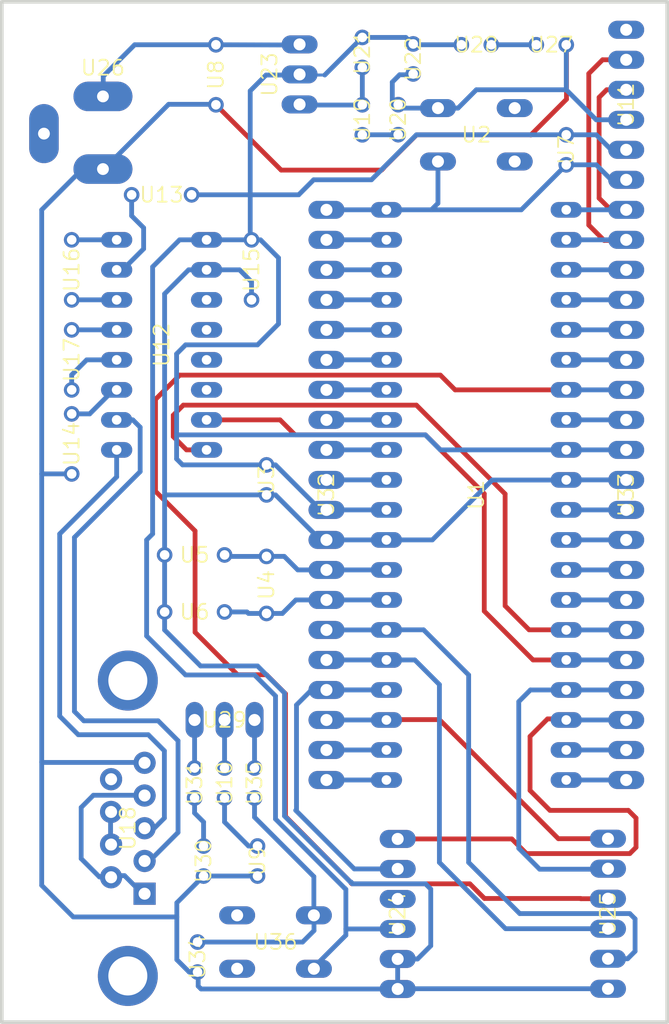
<source format=kicad_pcb>
(kicad_pcb (version 20221018) (generator pcbnew)
  (layers (0 "F.Cu" signal "Top") (31 "B.Cu" signal "Bottom") (34 "B.Paste" user) (35 "F.Paste" user) (36 "B.SilkS" user "B.Silkscreen") (37 "F.SilkS" user "F.Silkscreen") (38 "B.Mask" user) (39 "F.Mask" user) (44 "Edge.Cuts" user))
  (net 0 "")
  (net 1 "Net-(IC3-Pad40)")
  (net 2 "Net-(IC3-Pad39)")
  (net 3 "Net-(IC3-Pad38)")
  (net 4 "Net-(IC3-Pad37)")
  (net 5 "Net-(IC3-Pad36)")
  (net 6 "Net-(IC3-Pad35)")
  (net 7 "/MRF_INT")
  (net 8 "Net-(IC3-Pad33)")
  (net 9 "/3.3V_SRC")
  (net 10 "GND")
  (net 11 "Net-(IC3-Pad30)")
  (net 12 "Net-(IC3-Pad29)")
  (net 13 "Net-(IC3-Pad28)")
  (net 14 "Net-(IC3-Pad27)")
  (net 15 "/N$17")
  (net 16 "/N$21")
  (net 17 "/MRF_SDO")
  (net 18 "/MRF_SDI")
  (net 19 "Net-(IC3-Pad22)")
  (net 20 "Net-(IC3-Pad21)")
  (net 21 "Net-(IC3-Pad20)")
  (net 22 "Net-(IC3-Pad19)")
  (net 23 "/MRF_SCK")
  (net 24 "/MRF_CS")
  (net 25 "/MRF_WAKE")
  (net 26 "/MRF_RESET")
  (net 27 "/OSC2")
  (net 28 "/OS1")
  (net 29 "Net-(IC3-Pad10)")
  (net 30 "Net-(IC3-Pad9)")
  (net 31 "Net-(IC3-Pad8)")
  (net 32 "Net-(IC3-Pad7)")
  (net 33 "Net-(IC3-Pad6)")
  (net 34 "Net-(IC3-Pad5)")
  (net 35 "Net-(IC3-Pad4)")
  (net 36 "Net-(IC3-Pad3)")
  (net 37 "Net-(IC3-Pad2)")
  (net 38 "Net-(IC3-Pad1)")
  (net 39 "Net-(S1-Pad4)")
  (net 40 "Net-(S1-Pad2)")
  (net 41 "Net-(C6-Pad1)")
  (net 42 "Net-(LED3-PadA)")
  (net 43 "Net-(R5-Pad1)")
  (net 44 "Net-(JP3-Pad6)")
  (net 45 "Net-(IC2-Pad14)")
  (net 46 "Net-(IC2-Pad13)")
  (net 47 "Net-(IC2-Pad12)")
  (net 48 "Net-(IC2-Pad11)")
  (net 49 "Net-(C5-Pad2)")
  (net 50 "Net-(C2-Pad2)")
  (net 51 "Net-(C5-Pad1)")
  (net 52 "Net-(C4-Pad2)")
  (net 53 "Net-(IC2-Pad8)")
  (net 54 "Net-(IC2-Pad7)")
  (net 55 "Net-(C1-Pad1)")
  (net 56 "Net-(C4-Pad1)")
  (net 57 "Net-(X1-Pad9)")
  (net 58 "Net-(X1-Pad7)")
  (net 59 "Net-(X1-Pad1)")
  (net 60 "Net-(IC4-Pad1)")
  (net 61 "Net-(R8-Pad1)")
  (net 62 "Net-(JP4-Pad4)")
  (net 63 "Net-(X3-Pad3)")
  (net 64 "Net-(LED1-PadA)")
  (net 65 "Net-(R2-Pad1)")
  (net 66 "Net-(R6-Pad1)")
  (net 67 "Net-(LED2-PadA)")
  (net 68 "Net-(R1-Pad1)")
  (net 69 "Net-(S2-Pad4)")
  (net 70 "Net-(S2-Pad2)")
  (footprint "picDevBoard:DIL40" (layer "F.Cu") (at 160.520378 103.560879 -90)
    (fp_text reference "U1")
    (fp_text value "")
  )
  (footprint "picDevBoard:B3F-10XX" (layer "F.Cu") (at 160.520378 73.080879)
    (fp_text reference "U2")
    (fp_text value "")
  )
  (footprint "picDevBoard:C025-024X044" (layer "F.Cu") (at 142.740378 102.290879 -90)
    (fp_text reference "U3")
    (fp_text value "")
  )
  (footprint "picDevBoard:HC49_S" (layer "F.Cu") (at 142.740378 111.180879 -90)
    (fp_text reference "U4")
    (fp_text value "")
  )
  (footprint "picDevBoard:C050-024X044" (layer "F.Cu") (at 136.644378 108.640879 180)
    (fp_text reference "U5")
    (fp_text value "")
  )
  (footprint "picDevBoard:C050-024X044" (layer "F.Cu") (at 136.644378 113.466879 180)
    (fp_text reference "U6")
    (fp_text value "")
  )
  (footprint "picDevBoard:V526-0" (layer "F.Cu") (at 168.140378 74.350879 -90)
    (fp_text reference "U7")
    (fp_text value "")
  )
  (footprint "picDevBoard:C050-025X075" (layer "F.Cu") (at 138.452878 68.000879 -90)
    (fp_text reference "U8")
    (fp_text value "")
  )
  (footprint "picDevBoard:LED3MM" (layer "F.Cu") (at 141.978378 134.548879 -90)
    (fp_text reference "U9")
    (fp_text value "")
  )
  (footprint "picDevBoard:V526-0" (layer "F.Cu") (at 139.184378 127.944879 -90)
    (fp_text reference "U10")
    (fp_text value "")
  )
  (footprint "picDevBoard:1X06" (layer "F.Cu") (at 173.220378 70.540879 90)
    (fp_text reference "U11")
    (fp_text value "")
  )
  (footprint "picDevBoard:DIL16" (layer "F.Cu") (at 133.850378 90.860879 -90)
    (fp_text reference "U12")
    (fp_text value "")
  )
  (footprint "picDevBoard:C050-024X044" (layer "F.Cu") (at 133.850378 78.160879)
    (fp_text reference "U13")
    (fp_text value "")
  )
  (footprint "picDevBoard:C050-024X044" (layer "F.Cu") (at 126.230378 99.242879 90)
    (fp_text reference "U14")
    (fp_text value "")
  )
  (footprint "picDevBoard:C050-024X044" (layer "F.Cu") (at 141.470378 84.510879 -90)
    (fp_text reference "U15")
    (fp_text value "")
  )
  (footprint "picDevBoard:C050-024X044" (layer "F.Cu") (at 126.230378 84.510879 -90)
    (fp_text reference "U16")
    (fp_text value "")
  )
  (footprint "picDevBoard:C050-024X044" (layer "F.Cu") (at 126.230378 92.130879 -90)
    (fp_text reference "U17")
    (fp_text value "")
  )
  (footprint "picDevBoard:DB9" (layer "F.Cu") (at 127.8128 131.7752 90)
    (fp_text reference "U18")
    (fp_text value "")
  )
  (footprint "picDevBoard:V526-0" (layer "F.Cu") (at 150.858178 71.810879 90)
    (fp_text reference "U19")
    (fp_text value "")
  )
  (footprint "picDevBoard:V526-0" (layer "F.Cu") (at 153.9 71.8 -90)
    (fp_text reference "U20")
    (fp_text value "")
  )
  (footprint "picDevBoard:V526-0" (layer "F.Cu") (at 150.858178 66.11 90)
    (fp_text reference "U21")
    (fp_text value "")
  )
  (footprint "picDevBoard:C025-024X044" (layer "F.Cu") (at 155.17 66.66 -90)
    (fp_text reference "U22")
    (fp_text value "")
  )
  (footprint "picDevBoard:317TS" (layer "F.Cu") (at 145.542 67.9704 90)
    (fp_text reference "U23")
    (fp_text value "")
  )
  (footprint "picDevBoard:1X06" (layer "F.Cu") (at 153.855478 139.029379 90)
    (fp_text reference "U24")
    (fp_text value "")
  )
  (footprint "picDevBoard:1X06" (layer "F.Cu") (at 171.676178 139.009079 -90)
    (fp_text reference "U25")
    (fp_text value "")
  )
  (footprint "picDevBoard:733980-62" (layer "F.Cu") (at 128.8796 69.9516 180)
    (fp_text reference "U26")
    (fp_text value "")
  )
  (footprint "picDevBoard:LED3MM" (layer "F.Cu") (at 166.870378 65.460879)
    (fp_text reference "U27")
    (fp_text value "")
  )
  (footprint "picDevBoard:V526-0" (layer "F.Cu") (at 160.520378 65.460879)
    (fp_text reference "U28")
    (fp_text value "")
  )
  (footprint "picDevBoard:MA03-1" (layer "F.Cu") (at 139.184378 122.610879)
    (fp_text reference "U29")
    (fp_text value "")
  )
  (footprint "picDevBoard:LED3MM" (layer "F.Cu") (at 137.406378 134.548879 -90)
    (fp_text reference "U30")
    (fp_text value "")
  )
  (footprint "picDevBoard:V526-0" (layer "F.Cu") (at 136.644378 127.944879 -90)
    (fp_text reference "U31")
    (fp_text value "")
  )
  (footprint "picDevBoard:MA20-1" (layer "F.Cu") (at 147.820378 103.560879 90)
    (fp_text reference "U32")
    (fp_text value "")
  )
  (footprint "picDevBoard:MA20-1" (layer "F.Cu") (at 173.220378 103.560879 -90)
    (fp_text reference "U33")
    (fp_text value "")
  )
  (footprint "picDevBoard:V526-0" (layer "F.Cu") (at 136.898378 142.676879 -90)
    (fp_text reference "U34")
    (fp_text value "")
  )
  (footprint "picDevBoard:V526-0" (layer "F.Cu") (at 141.724378 127.944879 -90)
    (fp_text reference "U35")
    (fp_text value "")
  )
  (footprint "picDevBoard:B3F-10XX" (layer "F.Cu") (at 143.502378 141.406879 180)
    (fp_text reference "U36")
    (fp_text value "")
  )
  (gr_line (start 120.3071 61.8236) (end 120.3071 148.1836) (stroke (width 0.3048)) (layer "Edge.Cuts"))
  (gr_line (start 120.3071 148.1836) (end 176.6951 148.1836) (stroke (width 0.3048)) (layer "Edge.Cuts"))
  (gr_line (start 176.6951 148.1836) (end 176.6951 61.8236) (stroke (width 0.3048)) (layer "Edge.Cuts"))
  (gr_line (start 176.6951 61.8236) (end 120.3071 61.8236) (stroke (width 0.3048)) (layer "Edge.Cuts"))
  (segment (start 170.924178 69.910979) (end 170.924178 78.445279) (width 0.4064) (layer "F.Cu") (net 1))
  (segment (start 171.899578 79.420679) (end 173.078178 79.420679) (width 0.4064) (layer "F.Cu") (net 1))
  (segment (start 171.564278 69.270879) (end 170.924178 69.910979) (width 0.4064) (layer "F.Cu") (net 1))
  (segment (start 173.088378 79.430879) (end 173.220378 79.430879) (width 0.4064) (layer "F.Cu") (net 1))
  (segment (start 173.078178 79.420679) (end 173.088378 79.430879) (width 0.4064) (layer "F.Cu") (net 1))
  (segment (start 173.220378 69.270879) (end 171.564278 69.270879) (width 0.4064) (layer "F.Cu") (net 1))
  (segment (start 170.924178 78.445279) (end 171.899578 79.420679) (width 0.4064) (layer "F.Cu") (net 1))
  (segment (start 168.252078 79.430879) (end 168.262278 79.420679) (width 0.4064) (layer "B.Cu") (net 1))
  (segment (start 168.140378 79.430879) (end 168.252078 79.430879) (width 0.4064) (layer "B.Cu") (net 1))
  (segment (start 168.262278 79.420679) (end 168.272478 79.430879) (width 0.4064) (layer "B.Cu") (net 1))
  (segment (start 168.272478 79.430879) (end 173.220378 79.430879) (width 0.4064) (layer "B.Cu") (net 1))
  (segment (start 171.350978 82.021679) (end 170.050478 80.721179) (width 0.4064) (layer "F.Cu") (net 2))
  (segment (start 173.220378 81.970879) (end 173.220378 81.940379) (width 0.4064) (layer "F.Cu") (net 2))
  (segment (start 173.139078 82.021679) (end 171.350978 82.021679) (width 0.4064) (layer "F.Cu") (net 2))
  (segment (start 173.220378 66.730879) (end 171.218878 66.730879) (width 0.4064) (layer "F.Cu") (net 2))
  (segment (start 170.050478 67.899279) (end 170.050478 80.721179) (width 0.4064) (layer "F.Cu") (net 2))
  (segment (start 171.218878 66.730879) (end 170.050478 67.899279) (width 0.4064) (layer "F.Cu") (net 2))
  (segment (start 173.220378 81.940379) (end 173.139078 82.021679) (width 0.4064) (layer "F.Cu") (net 2))
  (segment (start 168.140378 81.970879) (end 173.220378 81.970879) (width 0.4064) (layer "B.Cu") (net 2))
  (segment (start 168.140378 84.510879) (end 173.220378 84.510879) (width 0.4064) (layer "B.Cu") (net 3))
  (segment (start 168.140378 87.050879) (end 173.220378 87.050879) (width 0.4064) (layer "B.Cu") (net 4))
  (segment (start 168.140378 89.590879) (end 173.220378 89.590879) (width 0.4064) (layer "B.Cu") (net 5))
  (segment (start 168.140378 92.130879) (end 173.220378 92.130879) (width 0.4064) (layer "B.Cu") (net 6))
  (segment (start 158.722078 94.670879) (end 168.140378 94.670879) (width 0.4064) (layer "F.Cu") (net 7))
  (segment (start 136.684978 106.608879) (end 133.332178 103.256079) (width 0.4064) (layer "F.Cu") (net 7))
  (segment (start 135.384478 93.421179) (end 157.472378 93.421179) (width 0.4064) (layer "F.Cu") (net 7))
  (segment (start 144.345678 130.769379) (end 144.345678 120.385879) (width 0.4064) (layer "F.Cu") (net 7))
  (segment (start 161.211178 137.718679) (end 159.971778 136.479279) (width 0.4064) (layer "F.Cu") (net 7))
  (segment (start 133.332178 103.256079) (end 133.332178 95.473479) (width 0.4064) (layer "F.Cu") (net 7))
  (segment (start 144.345678 120.385879) (end 142.740378 118.780579) (width 0.4064) (layer "F.Cu") (net 7))
  (segment (start 159.971778 136.479279) (end 149.974278 136.479279) (width 0.4064) (layer "F.Cu") (net 7))
  (segment (start 169.359578 137.718679) (end 161.211178 137.718679) (width 0.4064) (layer "F.Cu") (net 7))
  (segment (start 133.332178 95.473479) (end 135.384478 93.421179) (width 0.4064) (layer "F.Cu") (net 7))
  (segment (start 136.684978 115.183879) (end 136.684978 106.608879) (width 0.4064) (layer "F.Cu") (net 7))
  (segment (start 157.472378 93.421179) (end 158.722078 94.670879) (width 0.4064) (layer "F.Cu") (net 7))
  (segment (start 142.740378 118.780579) (end 140.281678 118.780579) (width 0.4064) (layer "F.Cu") (net 7))
  (segment (start 169.359578 137.718679) (end 169.379978 137.739079) (width 0.4064) (layer "F.Cu") (net 7))
  (segment (start 149.892978 136.357379) (end 144.345678 130.769379) (width 0.4064) (layer "F.Cu") (net 7))
  (segment (start 149.892978 136.397979) (end 149.892978 136.357379) (width 0.4064) (layer "F.Cu") (net 7))
  (segment (start 169.379978 137.739079) (end 171.676178 137.739079) (width 0.4064) (layer "F.Cu") (net 7))
  (segment (start 140.281678 118.780579) (end 136.684978 115.183879) (width 0.4064) (layer "F.Cu") (net 7))
  (segment (start 149.974278 136.479279) (end 149.892978 136.397979) (width 0.4064) (layer "F.Cu") (net 7))
  (segment (start 168.140378 94.670879) (end 173.220378 94.670879) (width 0.4064) (layer "B.Cu") (net 7))
  (segment (start 168.140378 97.210879) (end 173.220378 97.210879) (width 0.4064) (layer "B.Cu") (net 8))
  (segment (start 141.358578 81.859079) (end 141.358578 78.160879) (width 0.4064) (layer "B.Cu") (net 9))
  (segment (start 151.630378 76.890879) (end 155.440378 73.080879) (width 0.4064) (layer "B.Cu") (net 9))
  (segment (start 135.120378 98.480879) (end 135.120378 100.512879) (width 0.4064) (layer "B.Cu") (net 9))
  (segment (start 168.140378 99.750879) (end 173.220378 99.750879) (width 0.4064) (layer "B.Cu") (net 9))
  (segment (start 141.358578 81.859079) (end 141.470378 81.970879) (width 0.4064) (layer "B.Cu") (net 9))
  (segment (start 146.829778 143.667479) (end 146.829778 143.464279) (width 0.4064) (layer "B.Cu") (net 9))
  (segment (start 141.978378 90.860879) (end 135.882378 90.860879) (width 0.4064) (layer "B.Cu") (net 9))
  (segment (start 141.358578 78.160879) (end 136.390378 78.160879) (width 0.4064) (layer "B.Cu") (net 9))
  (segment (start 135.882378 90.860879) (end 135.120378 91.622879) (width 0.4064) (layer "B.Cu") (net 9))
  (segment (start 135.374378 81.970879) (end 137.660378 81.970879) (width 0.4064) (layer "B.Cu") (net 9))
  (segment (start 155.165978 65.460879) (end 159.250378 65.460879) (width 0.4064) (layer "B.Cu") (net 9))
  (segment (start 143.756378 89.082879) (end 141.978378 90.860879) (width 0.4064) (layer "B.Cu") (net 9))
  (segment (start 149.344378 136.834879) (end 143.502378 130.992879) (width 0.4064) (layer "B.Cu") (net 9))
  (segment (start 170.680378 73.080879) (end 171.950378 74.350879) (width 0.4064) (layer "B.Cu") (net 9))
  (segment (start 156.202378 98.480879) (end 157.472378 99.750879) (width 0.4064) (layer "B.Cu") (net 9))
  (segment (start 171.950378 74.350879) (end 173.220378 74.350879) (width 0.4064) (layer "B.Cu") (net 9))
  (segment (start 133.088378 84.256879) (end 135.374378 81.970879) (width 0.4064) (layer "B.Cu") (net 9))
  (segment (start 142.740378 101.020879) (end 143.502378 101.020879) (width 0.4064) (layer "B.Cu") (net 9))
  (segment (start 143.502378 120.578879) (end 141.724378 118.800879) (width 0.4064) (layer "B.Cu") (net 9))
  (segment (start 135.120378 100.512879) (end 135.628378 101.020879) (width 0.4064) (layer "B.Cu") (net 9))
  (segment (start 132.580378 115.498879) (end 132.580378 107.370879) (width 0.4064) (layer "B.Cu") (net 9))
  (segment (start 132.580378 107.370879) (end 133.088378 106.862879) (width 0.4064) (layer "B.Cu") (net 9))
  (segment (start 142.232378 81.970879) (end 143.756378 83.494879) (width 0.4064) (layer "B.Cu") (net 9))
  (segment (start 143.756378 83.494879) (end 143.756378 89.082879) (width 0.4064) (layer "B.Cu") (net 9))
  (segment (start 143.502378 130.992879) (end 143.502378 120.578879) (width 0.4064) (layer "B.Cu") (net 9))
  (segment (start 168.140378 73.080879) (end 170.680378 73.080879) (width 0.4064) (layer "B.Cu") (net 9))
  (segment (start 135.882378 118.800879) (end 132.580378 115.498879) (width 0.4064) (layer "B.Cu") (net 9))
  (segment (start 155.440378 73.080879) (end 168.140378 73.080879) (width 0.4064) (layer "B.Cu") (net 9))
  (segment (start 143.502378 101.020879) (end 147.312378 104.830879) (width 0.4064) (layer "B.Cu") (net 9))
  (segment (start 141.724378 118.800879) (end 135.882378 118.800879) (width 0.4064) (layer "B.Cu") (net 9))
  (segment (start 141.470378 81.970879) (end 142.232378 81.970879) (width 0.4064) (layer "B.Cu") (net 9))
  (segment (start 141.358578 78.160879) (end 145.463278 78.160879) (width 0.4064) (layer "B.Cu") (net 9))
  (segment (start 135.120378 98.480879) (end 156.202378 98.480879) (width 0.4064) (layer "B.Cu") (net 9))
  (segment (start 135.120378 91.622879) (end 135.120378 98.480879) (width 0.4064) (layer "B.Cu") (net 9))
  (segment (start 137.660378 81.970879) (end 141.246778 81.970879) (width 0.4064) (layer "B.Cu") (net 9))
  (segment (start 149.466278 140.827779) (end 149.466278 140.299479) (width 0.4064) (layer "B.Cu") (net 9))
  (segment (start 135.628378 101.020879) (end 142.740378 101.020879) (width 0.4064) (layer "B.Cu") (net 9))
  (segment (start 146.829778 143.464279) (end 149.466278 140.827779) (width 0.4064) (layer "B.Cu") (net 9))
  (segment (start 147.820378 104.830879) (end 152.900378 104.830879) (width 0.4064) (layer "B.Cu") (net 9))
  (segment (start 157.472378 99.750879) (end 168.140378 99.750879) (width 0.4064) (layer "B.Cu") (net 9))
  (segment (start 133.088378 106.862879) (end 133.088378 84.256879) (width 0.4064) (layer "B.Cu") (net 9))
  (segment (start 146.753578 143.667479) (end 146.829778 143.667479) (width 0.4064) (layer "B.Cu") (net 9))
  (segment (start 141.246778 81.970879) (end 141.358578 81.859079) (width 0.4064) (layer "B.Cu") (net 9))
  (segment (start 147.312378 104.830879) (end 147.820378 104.830879) (width 0.4064) (layer "B.Cu") (net 9))
  (segment (start 149.527278 140.340079) (end 149.486678 140.299479) (width 0.4064) (layer "B.Cu") (net 9))
  (segment (start 149.354478 136.834879) (end 149.344378 136.834879) (width 0.4064) (layer "B.Cu") (net 9))
  (segment (start 149.466278 140.299479) (end 149.466278 136.946679) (width 0.4064) (layer "B.Cu") (net 9))
  (segment (start 146.733278 76.890879) (end 151.630378 76.890879) (width 0.4064) (layer "B.Cu") (net 9))
  (segment (start 153.855478 140.299379) (end 149.567978 140.299379) (width 0.4064) (layer "B.Cu") (net 9))
  (segment (start 142.699578 68.021279) (end 141.358578 69.362279) (width 0.4064) (layer "B.Cu") (net 9))
  (segment (start 145.463278 78.160879) (end 146.733278 76.890879) (width 0.4064) (layer "B.Cu") (net 9))
  (segment (start 149.466278 136.946679) (end 149.354478 136.834879) (width 0.4064) (layer "B.Cu") (net 9))
  (segment (start 149.567978 140.299379) (end 149.527278 140.340079) (width 0.4064) (layer "B.Cu") (net 9))
  (segment (start 142.699578 68.021279) (end 145.615678 68.021279) (width 0.4064) (layer "B.Cu") (net 9))
  (segment (start 141.358578 69.362279) (end 141.358578 78.160879) (width 0.4064) (layer "B.Cu") (net 9))
  (segment (start 149.486678 140.299479) (end 149.466278 140.299479) (width 0.4064) (layer "B.Cu") (net 9))
  (segment (start 147.676899 68.021279) (end 150.858178 64.84) (width 0.4064) (layer "B.Cu") (net 9))
  (segment (start 145.615678 68.021279) (end 147.676899 68.021279) (width 0.25) (layer "B.Cu") (net 9))
  (segment (start 154.545099 64.84) (end 155.165978 65.460879) (width 0.4064) (layer "B.Cu") (net 9))
  (segment (start 150.858178 64.84) (end 154.545099 64.84) (width 0.4064) (layer "B.Cu") (net 9))
  (segment (start 152.636178 75.925679) (end 152.636178 75.905379) (width 0.4064) (layer "F.Cu") (net 10))
  (segment (start 143.979878 76.067879) (end 138.452878 70.540879) (width 0.4064) (layer "F.Cu") (net 10))
  (segment (start 168.140378 65.501579) (end 168.099778 65.501579) (width 0.4064) (layer "F.Cu") (net 10))
  (segment (start 155.460678 73.080879) (end 165.112678 73.080879) (width 0.4064) (layer "F.Cu") (net 10))
  (segment (start 152.636178 75.925679) (end 152.493978 76.067879) (width 0.4064) (layer "F.Cu") (net 10))
  (segment (start 168.160678 65.521879) (end 168.140378 65.501579) (width 0.4064) (layer "F.Cu") (net 10))
  (segment (start 165.132978 73.101179) (end 168.160678 70.073479) (width 0.4064) (layer "F.Cu") (net 10))
  (segment (start 168.059078 65.460879) (end 168.140378 65.460879) (width 0.4064) (layer "F.Cu") (net 10))
  (segment (start 168.160678 70.073479) (end 168.160678 65.521879) (width 0.4064) (layer "F.Cu") (net 10))
  (segment (start 165.112678 73.080879) (end 165.132978 73.101179) (width 0.4064) (layer "F.Cu") (net 10))
  (segment (start 152.493978 76.067879) (end 143.979878 76.067879) (width 0.4064) (layer "F.Cu") (net 10))
  (segment (start 168.099778 65.501579) (end 168.059078 65.460879) (width 0.4064) (layer "F.Cu") (net 10))
  (segment (start 152.636178 75.905379) (end 155.460678 73.080879) (width 0.4064) (layer "F.Cu") (net 10))
  (segment (start 168.109978 102.290879) (end 168.140378 102.290879) (width 0.4064) (layer "B.Cu") (net 10))
  (segment (start 153.398178 68.620679) (end 154.017978 68.000879) (width 0.4064) (layer "B.Cu") (net 10))
  (segment (start 153.855478 145.379379) (end 153.855478 145.358979) (width 0.4064) (layer "B.Cu") (net 10))
  (segment (start 123.768978 126.204879) (end 132.364678 126.204879) (width 0.4064) (layer "B.Cu") (net 10))
  (segment (start 136.949178 145.135679) (end 137.192978 145.379479) (width 0.4064) (layer "B.Cu") (net 10))
  (segment (start 137.192978 145.379479) (end 153.936678 145.379479) (width 0.4064) (layer "B.Cu") (net 10))
  (segment (start 141.978378 135.818879) (end 137.406378 135.818879) (width 0.4064) (layer "B.Cu") (net 10))
  (segment (start 156.659578 141.721879) (end 156.659578 136.926279) (width 0.4064) (layer "B.Cu") (net 10))
  (segment (start 149.933678 136.357379) (end 149.903178 136.326879) (width 0.4064) (layer "B.Cu") (net 10))
  (segment (start 136.898378 143.946879) (end 136.949178 143.997679) (width 0.4064) (layer "B.Cu") (net 10))
  (segment (start 149.933678 136.397979) (end 149.933678 136.357379) (width 0.4064) (layer "B.Cu") (net 10))
  (segment (start 156.212578 136.479279) (end 150.014978 136.479279) (width 0.4064) (layer "B.Cu") (net 10))
  (segment (start 153.896178 145.359079) (end 171.676178 145.359079) (width 0.4064) (layer "B.Cu") (net 10))
  (segment (start 152.900378 107.370879) (end 156.791678 107.370879) (width 0.4064) (layer "B.Cu") (net 10))
  (segment (start 123.690378 126.177079) (end 123.741178 126.177079) (width 0.4064) (layer "B.Cu") (net 10))
  (segment (start 138.432478 70.540879) (end 138.391878 70.500279) (width 0.4064) (layer "B.Cu") (net 10))
  (segment (start 123.741178 126.177079) (end 123.768978 126.204879) (width 0.4064) (layer "B.Cu") (net 10))
  (segment (start 155.542078 142.839379) (end 156.659578 141.721879) (width 0.4064) (layer "B.Cu") (net 10))
  (segment (start 123.690378 126.177079) (end 123.690378 136.611379) (width 0.4064) (layer "B.Cu") (net 10))
  (segment (start 134.444737 70.500279) (end 128.902459 76.042557) (width 0.4064) (layer "B.Cu") (net 10))
  (segment (start 135.140678 142.900379) (end 136.187178 143.946879) (width 0.4064) (layer "B.Cu") (net 10))
  (segment (start 136.949178 143.997679) (end 136.949178 145.135679) (width 0.4064) (layer "B.Cu") (net 10))
  (segment (start 153.855478 145.358979) (end 153.875778 145.338679) (width 0.4064) (layer "B.Cu") (net 10))
  (segment (start 156.791678 107.370879) (end 161.861478 102.301079) (width 0.4064) (layer "B.Cu") (net 10))
  (segment (start 153.398178 70.540879) (end 153.398178 68.620679) (width 0.4064) (layer "B.Cu") (net 10))
  (segment (start 149.903178 136.326879) (end 149.852378 136.326879) (width 0.4064) (layer "B.Cu") (net 10))
  (segment (start 153.936578 145.379379) (end 153.855478 145.379379) (width 0.4064) (layer "B.Cu") (net 10))
  (segment (start 123.690378 79.430879) (end 123.690378 101.782879) (width 0.4064) (layer "B.Cu") (net 10))
  (segment (start 153.855478 142.839379) (end 155.542078 142.839379) (width 0.4064) (layer "B.Cu") (net 10))
  (segment (start 128.902459 76.042557) (end 127.0787 76.042557) (width 0.4064) (layer "B.Cu") (net 10))
  (segment (start 150.014978 136.479279) (end 149.933678 136.397979) (width 0.4064) (layer "B.Cu") (net 10))
  (segment (start 138.432478 70.540879) (end 138.452878 70.540879) (width 0.4064) (layer "B.Cu") (net 10))
  (segment (start 156.659578 136.926279) (end 156.212578 136.479279) (width 0.4064) (layer "B.Cu") (net 10))
  (segment (start 136.187178 143.946879) (end 136.898378 143.946879) (width 0.4064) (layer "B.Cu") (net 10))
  (segment (start 135.140678 139.283441) (end 135.140678 142.900379) (width 0.4064) (layer "B.Cu") (net 10))
  (segment (start 126.36244 139.283441) (end 135.140678 139.283441) (width 0.4064) (layer "B.Cu") (net 10))
  (segment (start 168.099778 102.301079) (end 168.109978 102.290879) (width 0.4064) (layer "B.Cu") (net 10))
  (segment (start 123.690378 136.611379) (end 126.36244 139.283441) (width 0.4064) (layer "B.Cu") (net 10))
  (segment (start 138.391878 70.500279) (end 134.444737 70.500279) (width 0.4064) (layer "B.Cu") (net 10))
  (segment (start 137.406378 135.818879) (end 135.140678 138.084579) (width 0.4064) (layer "B.Cu") (net 10))
  (segment (start 153.936678 145.379479) (end 153.936578 145.379379) (width 0.4064) (layer "B.Cu") (net 10))
  (segment (start 153.875778 145.338679) (end 153.896178 145.359079) (width 0.4064) (layer "B.Cu") (net 10))
  (segment (start 154.017978 68.000879) (end 155.165978 68.000879) (width 0.4064) (layer "B.Cu") (net 10))
  (segment (start 135.140678 138.084579) (end 135.140678 139.283441) (width 0.4064) (layer "B.Cu") (net 10))
  (segment (start 161.861478 102.301079) (end 168.099778 102.301079) (width 0.4064) (layer "B.Cu") (net 10))
  (segment (start 144.264378 120.324879) (end 141.978378 118.038879) (width 0.4064) (layer "B.Cu") (net 10))
  (segment (start 168.140378 65.460879) (end 168.140378 69.270879) (width 0.4064) (layer "B.Cu") (net 10))
  (segment (start 168.140378 69.270879) (end 170.680378 71.810879) (width 0.4064) (layer "B.Cu") (net 10))
  (segment (start 158.970978 70.820279) (end 157.269178 70.820279) (width 0.4064) (layer "B.Cu") (net 10))
  (segment (start 157.269178 70.820279) (end 153.677578 70.820279) (width 0.4064) (layer "B.Cu") (net 10))
  (segment (start 137.660378 84.510879) (end 140.454378 84.510879) (width 0.4064) (layer "B.Cu") (net 10))
  (segment (start 147.312378 107.370879) (end 147.820378 107.370879) (width 0.4064) (layer "B.Cu") (net 10))
  (segment (start 123.690378 101.782879) (end 126.230378 101.782879) (width 0.4064) (layer "B.Cu") (net 10))
  (segment (start 143.502378 103.560879) (end 147.312378 107.370879) (width 0.4064) (layer "B.Cu") (net 10))
  (segment (start 168.140378 102.290879) (end 173.220378 102.290879) (width 0.4064) (layer "B.Cu") (net 10))
  (segment (start 141.470378 85.526879) (end 141.470378 87.050879) (width 0.4064) (layer "B.Cu") (net 10))
  (segment (start 141.978378 118.038879) (end 137.152378 118.038879) (width 0.4064) (layer "B.Cu") (net 10))
  (segment (start 134.104378 114.990879) (end 134.104378 113.466879) (width 0.4064) (layer "B.Cu") (net 10))
  (segment (start 134.104378 86.542879) (end 136.136378 84.510879) (width 0.4064) (layer "B.Cu") (net 10))
  (segment (start 153.677578 70.820279) (end 153.398178 70.540879) (width 0.4064) (layer "B.Cu") (net 10))
  (segment (start 134.104378 113.466879) (end 134.104378 108.640879) (width 0.4064) (layer "B.Cu") (net 10))
  (segment (start 142.740378 103.560879) (end 143.502378 103.560879) (width 0.4064) (layer "B.Cu") (net 10))
  (segment (start 168.140378 69.270879) (end 160.520378 69.270879) (width 0.4064) (layer "B.Cu") (net 10))
  (segment (start 144.264378 130.738879) (end 144.264378 120.324879) (width 0.4064) (layer "B.Cu") (net 10))
  (segment (start 153.855478 145.379379) (end 153.855478 142.839379) (width 0.4064) (layer "B.Cu") (net 10))
  (segment (start 136.136378 84.510879) (end 137.660378 84.510879) (width 0.4064) (layer "B.Cu") (net 10))
  (segment (start 137.152378 118.038879) (end 134.104378 114.990879) (width 0.4064) (layer "B.Cu") (net 10))
  (segment (start 134.104378 103.560879) (end 134.104378 86.542879) (width 0.4064) (layer "B.Cu") (net 10))
  (segment (start 149.852378 136.326879) (end 144.264378 130.738879) (width 0.4064) (layer "B.Cu") (net 10))
  (segment (start 134.104378 108.640879) (end 134.104378 103.560879) (width 0.4064) (layer "B.Cu") (net 10))
  (segment (start 134.104378 103.560879) (end 142.740378 103.560879) (width 0.4064) (layer "B.Cu") (net 10))
  (segment (start 127.0787 76.042557) (end 123.690378 79.430879) (width 0.4064) (layer "B.Cu") (net 10))
  (segment (start 147.820378 107.370879) (end 152.900378 107.370879) (width 0.4064) (layer "B.Cu") (net 10))
  (segment (start 170.680378 71.810879) (end 173.220378 71.810879) (width 0.4064) (layer "B.Cu") (net 10))
  (segment (start 160.520378 69.270879) (end 158.970978 70.820279) (width 0.4064) (layer "B.Cu") (net 10))
  (segment (start 123.690378 126.177079) (end 123.690378 101.782879) (width 0.4064) (layer "B.Cu") (net 10))
  (segment (start 140.454378 84.510879) (end 141.470378 85.526879) (width 0.4064) (layer "B.Cu") (net 10))
  (segment (start 168.140378 104.830879) (end 173.220378 104.830879) (width 0.4064) (layer "B.Cu") (net 11))
  (segment (start 168.140378 107.370879) (end 173.220378 107.370879) (width 0.4064) (layer "B.Cu") (net 12))
  (segment (start 168.140378 109.910879) (end 173.220378 109.910879) (width 0.4064) (layer "B.Cu") (net 13))
  (segment (start 168.140378 112.450879) (end 173.220378 112.450879) (width 0.4064) (layer "B.Cu") (net 14))
  (segment (start 155.440378 95.961179) (end 162.958778 103.479579) (width 0.4064) (layer "F.Cu") (net 15))
  (segment (start 162.958778 112.948679) (end 164.990778 114.980679) (width 0.4064) (layer "F.Cu") (net 15))
  (segment (start 134.835878 98.623079) (end 134.835878 96.814679) (width 0.4064) (layer "F.Cu") (net 15))
  (segment (start 168.059078 114.980679) (end 168.069278 114.990879) (width 0.4064) (layer "F.Cu") (net 15))
  (segment (start 168.069278 114.990879) (end 168.140378 114.990879) (width 0.4064) (layer "F.Cu") (net 15))
  (segment (start 164.990778 114.980679) (end 168.059078 114.980679) (width 0.4064) (layer "F.Cu") (net 15))
  (segment (start 135.689378 95.961179) (end 155.440378 95.961179) (width 0.4064) (layer "F.Cu") (net 15))
  (segment (start 134.835878 98.623079) (end 135.963678 99.750879) (width 0.4064) (layer "F.Cu") (net 15))
  (segment (start 135.963678 99.750879) (end 137.660378 99.750879) (width 0.4064) (layer "F.Cu") (net 15))
  (segment (start 162.958778 103.479579) (end 162.958778 112.948679) (width 0.4064) (layer "F.Cu") (net 15))
  (segment (start 134.835878 96.814679) (end 135.689378 95.961179) (width 0.4064) (layer "F.Cu") (net 15))
  (segment (start 168.140378 114.990879) (end 173.220378 114.990879) (width 0.4064) (layer "B.Cu") (net 15))
  (segment (start 161.190978 113.395779) (end 165.326078 117.530879) (width 0.4064) (layer "F.Cu") (net 16))
  (segment (start 165.326078 117.530879) (end 168.140378 117.530879) (width 0.4064) (layer "F.Cu") (net 16))
  (segment (start 143.888478 97.210879) (end 145.158478 98.480879) (width 0.4064) (layer "F.Cu") (net 16))
  (segment (start 137.660378 97.210879) (end 143.888478 97.210879) (width 0.4064) (layer "F.Cu") (net 16))
  (segment (start 145.158478 98.480879) (end 156.212478 98.480879) (width 0.4064) (layer "F.Cu") (net 16))
  (segment (start 156.212478 98.480879) (end 157.512978 99.781379) (width 0.4064) (layer "F.Cu") (net 16))
  (segment (start 157.513078 99.781379) (end 161.190978 103.459279) (width 0.4064) (layer "F.Cu") (net 16))
  (segment (start 161.190978 103.459279) (end 161.190978 113.395779) (width 0.4064) (layer "F.Cu") (net 16))
  (segment (start 157.512978 99.781379) (end 157.513078 99.781379) (width 0.4064) (layer "F.Cu") (net 16))
  (segment (start 168.140378 117.530879) (end 173.220378 117.530879) (width 0.4064) (layer "B.Cu") (net 16))
  (segment (start 164.116978 121.056479) (end 165.102578 120.070879) (width 0.4064) (layer "B.Cu") (net 17))
  (segment (start 171.635478 135.239779) (end 171.676178 135.199079) (width 0.4064) (layer "B.Cu") (net 17))
  (segment (start 165.884878 135.239779) (end 171.635478 135.239779) (width 0.4064) (layer "B.Cu") (net 17))
  (segment (start 164.116978 133.471879) (end 165.884878 135.239779) (width 0.4064) (layer "B.Cu") (net 17))
  (segment (start 165.102578 120.070879) (end 168.140378 120.070879) (width 0.4064) (layer "B.Cu") (net 17))
  (segment (start 168.140378 120.070879) (end 173.220378 120.070879) (width 0.4064) (layer "B.Cu") (net 17))
  (segment (start 164.116978 133.471879) (end 164.116978 121.056479) (width 0.4064) (layer "B.Cu") (net 17))
  (segment (start 174.053478 133.390679) (end 174.053478 130.911579) (width 0.4064) (layer "F.Cu") (net 18))
  (segment (start 173.403278 130.261379) (end 174.053478 130.911579) (width 0.4064) (layer "F.Cu") (net 18))
  (segment (start 166.758678 130.261379) (end 173.403278 130.261379) (width 0.4064) (layer "F.Cu") (net 18))
  (segment (start 165.072078 128.574779) (end 166.758678 130.261379) (width 0.4064) (layer "F.Cu") (net 18))
  (segment (start 165.072078 124.002779) (end 165.072078 128.574779) (width 0.4064) (layer "F.Cu") (net 18))
  (segment (start 166.555378 122.519479) (end 167.896578 122.519479) (width 0.4064) (layer "F.Cu") (net 18))
  (segment (start 165.072078 124.002779) (end 166.555378 122.519479) (width 0.4064) (layer "F.Cu") (net 18))
  (segment (start 153.875778 132.638679) (end 153.916478 132.679379) (width 0.4064) (layer "F.Cu") (net 18))
  (segment (start 164.767278 133.918879) (end 173.525278 133.918879) (width 0.4064) (layer "F.Cu") (net 18))
  (segment (start 167.896578 122.519479) (end 167.987978 122.610879) (width 0.4064) (layer "F.Cu") (net 18))
  (segment (start 163.527778 132.679379) (end 164.767278 133.918879) (width 0.4064) (layer "F.Cu") (net 18))
  (segment (start 153.855478 132.679379) (end 153.855478 132.658979) (width 0.4064) (layer "F.Cu") (net 18))
  (segment (start 167.987978 122.610879) (end 168.140378 122.610879) (width 0.4064) (layer "F.Cu") (net 18))
  (segment (start 153.916478 132.679379) (end 163.527778 132.679379) (width 0.4064) (layer "F.Cu") (net 18))
  (segment (start 153.855478 132.658979) (end 153.875778 132.638679) (width 0.4064) (layer "F.Cu") (net 18))
  (segment (start 173.525278 133.918879) (end 174.053478 133.390679) (width 0.4064) (layer "F.Cu") (net 18))
  (segment (start 168.140378 122.610879) (end 173.220378 122.610879) (width 0.4064) (layer "B.Cu") (net 18))
  (segment (start 168.140378 125.150879) (end 173.220378 125.150879) (width 0.4064) (layer "B.Cu") (net 19))
  (segment (start 168.140378 127.690879) (end 173.220378 127.690879) (width 0.4064) (layer "B.Cu") (net 20))
  (segment (start 147.820378 127.690879) (end 152.900378 127.690879) (width 0.4064) (layer "B.Cu") (net 21))
  (segment (start 147.820378 125.150879) (end 152.900378 125.150879) (width 0.4064) (layer "B.Cu") (net 22))
  (segment (start 167.469778 132.659079) (end 171.676178 132.659079) (width 0.4064) (layer "F.Cu") (net 23))
  (segment (start 167.469778 132.659079) (end 157.391078 122.580379) (width 0.4064) (layer "F.Cu") (net 23))
  (segment (start 152.991778 122.610879) (end 153.022278 122.641379) (width 0.4064) (layer "F.Cu") (net 23))
  (segment (start 152.900378 122.610879) (end 152.991778 122.610879) (width 0.4064) (layer "F.Cu") (net 23))
  (segment (start 153.083278 122.580379) (end 157.391078 122.580379) (width 0.4064) (layer "F.Cu") (net 23))
  (segment (start 153.022278 122.641379) (end 153.083278 122.580379) (width 0.4064) (layer "F.Cu") (net 23))
  (segment (start 147.820378 122.610879) (end 152.900378 122.610879) (width 0.4064) (layer "B.Cu") (net 23))
  (segment (start 150.177378 135.219379) (end 145.219378 130.261379) (width 0.4064) (layer "B.Cu") (net 24))
  (segment (start 153.855478 135.219379) (end 150.177378 135.219379) (width 0.4064) (layer "B.Cu") (net 24))
  (segment (start 145.249878 130.230879) (end 145.280378 130.230879) (width 0.4064) (layer "B.Cu") (net 24))
  (segment (start 152.900378 120.070879) (end 147.820378 120.070879) (width 0.4064) (layer "B.Cu") (net 24))
  (segment (start 145.280378 121.340879) (end 146.550378 120.070879) (width 0.4064) (layer "B.Cu") (net 24))
  (segment (start 146.550378 120.070879) (end 152.900378 120.070879) (width 0.4064) (layer "B.Cu") (net 24))
  (segment (start 145.280378 130.230879) (end 145.280378 121.340879) (width 0.4064) (layer "B.Cu") (net 24))
  (segment (start 145.219378 130.261379) (end 145.249878 130.230879) (width 0.4064) (layer "B.Cu") (net 24))
  (segment (start 147.820378 117.530879) (end 152.900378 117.530879) (width 0.4064) (layer "B.Cu") (net 25))
  (segment (start 152.900378 117.530879) (end 155.308278 117.530879) (width 0.4064) (layer "B.Cu") (net 25))
  (segment (start 155.308278 117.530879) (end 157.391078 119.613679) (width 0.4064) (layer "B.Cu") (net 25))
  (segment (start 157.391078 134.670779) (end 162.999378 140.279079) (width 0.4064) (layer "B.Cu") (net 25))
  (segment (start 157.391078 119.613679) (end 157.391078 134.670779) (width 0.4064) (layer "B.Cu") (net 25))
  (segment (start 162.999378 140.279079) (end 171.676178 140.279079) (width 0.4064) (layer "B.Cu") (net 25))
  (segment (start 173.972178 139.445979) (end 173.972178 142.189179) (width 0.4064) (layer "B.Cu") (net 26))
  (segment (start 159.870178 134.670779) (end 159.870178 118.800879) (width 0.4064) (layer "B.Cu") (net 26))
  (segment (start 156.049978 114.980679) (end 152.900378 114.980679) (width 0.4064) (layer "B.Cu") (net 26))
  (segment (start 159.870178 118.800879) (end 156.049978 114.980679) (width 0.4064) (layer "B.Cu") (net 26))
  (segment (start 152.900378 114.990879) (end 147.820378 114.990879) (width 0.4064) (layer "B.Cu") (net 26))
  (segment (start 152.900378 114.980679) (end 152.900378 114.990879) (width 0.4064) (layer "B.Cu") (net 26))
  (segment (start 159.870178 134.670779) (end 164.198378 138.998879) (width 0.4064) (layer "B.Cu") (net 26))
  (segment (start 173.342278 142.819079) (end 173.972178 142.189179) (width 0.4064) (layer "B.Cu") (net 26))
  (segment (start 164.198378 138.998879) (end 173.525078 138.998879) (width 0.4064) (layer "B.Cu") (net 26))
  (segment (start 171.676178 142.819079) (end 173.342278 142.819079) (width 0.4064) (layer "B.Cu") (net 26))
  (segment (start 173.525078 138.998879) (end 173.972178 139.445979) (width 0.4064) (layer "B.Cu") (net 26))
  (segment (start 144.076378 113.593879) (end 144.081478 113.598979) (width 0.4064) (layer "B.Cu") (net 27))
  (segment (start 142.740378 113.593879) (end 144.076378 113.593879) (width 0.4064) (layer "B.Cu") (net 27))
  (segment (start 147.820378 112.450879) (end 145.229578 112.450879) (width 0.4064) (layer "B.Cu") (net 27))
  (segment (start 139.184378 113.466879) (end 141.0843 113.466879) (width 0.4064) (layer "B.Cu") (net 27))
  (segment (start 141.0843 113.466879) (end 141.2113 113.593879) (width 0.4064) (layer "B.Cu") (net 27))
  (segment (start 147.820378 112.450879) (end 152.900378 112.450879) (width 0.4064) (layer "B.Cu") (net 27))
  (segment (start 144.081478 113.598979) (end 145.229578 112.450879) (width 0.4064) (layer "B.Cu") (net 27))
  (segment (start 141.2113 113.593879) (end 142.740378 113.593879) (width 0.4064) (layer "B.Cu") (net 27))
  (segment (start 147.820378 109.910879) (end 152.900378 109.910879) (width 0.4064) (layer "B.Cu") (net 28))
  (segment (start 144.244078 108.762779) (end 142.557578 108.762779) (width 0.4064) (layer "B.Cu") (net 28))
  (segment (start 139.057378 108.767879) (end 139.184378 108.640879) (width 0.4064) (layer "B.Cu") (net 28))
  (segment (start 147.820378 109.910879) (end 145.392178 109.910879) (width 0.4064) (layer "B.Cu") (net 28))
  (segment (start 142.552478 108.767879) (end 142.740378 108.767879) (width 0.4064) (layer "B.Cu") (net 28))
  (segment (start 142.557578 108.762779) (end 142.552478 108.767879) (width 0.4064) (layer "B.Cu") (net 28))
  (segment (start 139.057378 108.767879) (end 142.740378 108.767879) (width 0.4064) (layer "B.Cu") (net 28))
  (segment (start 145.392178 109.910879) (end 144.244078 108.762779) (width 0.4064) (layer "B.Cu") (net 28))
  (segment (start 147.820378 102.290879) (end 152.900378 102.290879) (width 0.4064) (layer "B.Cu") (net 29))
  (segment (start 147.820378 99.750879) (end 152.900378 99.750879) (width 0.4064) (layer "B.Cu") (net 30))
  (segment (start 147.820378 97.210879) (end 152.900378 97.210879) (width 0.4064) (layer "B.Cu") (net 31))
  (segment (start 147.820378 94.670879) (end 152.900378 94.670879) (width 0.4064) (layer "B.Cu") (net 32))
  (segment (start 147.820378 92.130879) (end 152.900378 92.130879) (width 0.4064) (layer "B.Cu") (net 33))
  (segment (start 147.820378 89.590879) (end 152.900378 89.590879) (width 0.4064) (layer "B.Cu") (net 34))
  (segment (start 147.820378 87.050879) (end 152.900378 87.050879) (width 0.4064) (layer "B.Cu") (net 35))
  (segment (start 147.820378 84.510879) (end 152.900378 84.510879) (width 0.4064) (layer "B.Cu") (net 36))
  (segment (start 147.820378 81.970879) (end 152.900378 81.970879) (width 0.4064) (layer "B.Cu") (net 37))
  (segment (start 168.140378 75.620879) (end 170.680378 75.620879) (width 0.4064) (layer "B.Cu") (net 38))
  (segment (start 171.950378 76.890879) (end 173.220378 76.890879) (width 0.4064) (layer "B.Cu") (net 38))
  (segment (start 156.710378 79.430879) (end 157.269178 78.872079) (width 0.4064) (layer "B.Cu") (net 38))
  (segment (start 152.900378 79.430879) (end 156.710378 79.430879) (width 0.4064) (layer "B.Cu") (net 38))
  (segment (start 164.330378 79.430879) (end 168.140378 75.620879) (width 0.4064) (layer "B.Cu") (net 38))
  (segment (start 170.680378 75.620879) (end 171.950378 76.890879) (width 0.4064) (layer "B.Cu") (net 38))
  (segment (start 156.710378 79.430879) (end 164.330378 79.430879) (width 0.4064) (layer "B.Cu") (net 38))
  (segment (start 147.820378 79.430879) (end 152.900378 79.430879) (width 0.4064) (layer "B.Cu") (net 38))
  (segment (start 157.269178 78.872079) (end 157.269178 75.341479) (width 0.4064) (layer "B.Cu") (net 38))
  (segment (start 138.452878 65.460879) (end 145.615678 65.481279) (width 0.4064) (layer "B.Cu") (net 41))
  (segment (start 128.902459 68.122797) (end 131.564378 65.460879) (width 0.4064) (layer "B.Cu") (net 41))
  (segment (start 131.564378 65.460879) (end 138.452878 65.460879) (width 0.4064) (layer "B.Cu") (net 41))
  (segment (start 128.902459 69.892557) (end 128.902459 68.122797) (width 0.4064) (layer "B.Cu") (net 41))
  (segment (start 128.902459 70.042547) (end 127.652469 70.042547) (width 0.25) (layer "B.Cu") (net 41))
  (segment (start 128.902459 69.892557) (end 128.902459 70.042547) (width 0.25) (layer "B.Cu") (net 41))
  (segment (start 139.184378 129.214879) (end 139.184378 131.246879) (width 0.4064) (layer "B.Cu") (net 42))
  (segment (start 141.216378 133.278879) (end 141.978378 133.278879) (width 0.4064) (layer "B.Cu") (net 42))
  (segment (start 139.184378 131.246879) (end 141.216378 133.278879) (width 0.4064) (layer "B.Cu") (net 42))
  (segment (start 139.184378 126.674879) (end 139.184378 122.864879) (width 0.4064) (layer "B.Cu") (net 43))
  (segment (start 139.438378 122.610879) (end 139.184378 122.610879) (width 0.4064) (layer "B.Cu") (net 43))
  (segment (start 139.184378 122.864879) (end 139.438378 122.610879) (width 0.4064) (layer "B.Cu") (net 43))
  (segment (start 127.500378 92.130879) (end 130.040378 92.130879) (width 0.4064) (layer "B.Cu") (net 49))
  (segment (start 126.230378 93.400879) (end 127.500378 92.130879) (width 0.4064) (layer "B.Cu") (net 49))
  (segment (start 126.230378 94.670879) (end 126.230378 93.400879) (width 0.4064) (layer "B.Cu") (net 49))
  (segment (start 127.754378 96.702879) (end 129.786378 94.670879) (width 0.4064) (layer "B.Cu") (net 50))
  (segment (start 129.786378 94.670879) (end 130.040378 94.670879) (width 0.4064) (layer "B.Cu") (net 50))
  (segment (start 126.230378 96.702879) (end 127.754378 96.702879) (width 0.4064) (layer "B.Cu") (net 50))
  (segment (start 126.484378 89.590879) (end 130.040378 89.590879) (width 0.4064) (layer "B.Cu") (net 51))
  (segment (start 126.230378 89.336879) (end 126.484378 89.590879) (width 0.4064) (layer "B.Cu") (net 51))
  (segment (start 126.230378 89.590879) (end 126.230378 89.336879) (width 0.4064) (layer "B.Cu") (net 51))
  (segment (start 126.230378 87.050879) (end 130.040378 87.050879) (width 0.4064) (layer "B.Cu") (net 52))
  (segment (start 132.397478 131.785379) (end 132.364678 131.752579) (width 0.4064) (layer "B.Cu") (net 53))
  (segment (start 126.789178 123.860579) (end 125.214378 122.285779) (width 0.4064) (layer "B.Cu") (net 53))
  (segment (start 132.722678 123.860579) (end 134.084078 125.221979) (width 0.4064) (layer "B.Cu") (net 53))
  (segment (start 126.789178 123.860579) (end 132.722678 123.860579) (width 0.4064) (layer "B.Cu") (net 53))
  (segment (start 130.040378 102.036879) (end 130.040378 99.750879) (width 0.4064) (layer "B.Cu") (net 53))
  (segment (start 125.214378 122.285779) (end 125.214378 106.862879) (width 0.4064) (layer "B.Cu") (net 53))
  (segment (start 134.084078 130.911579) (end 133.210278 131.785379) (width 0.4064) (layer "B.Cu") (net 53))
  (segment (start 132.364678 131.752579) (end 132.364678 131.744879) (width 0.4064) (layer "B.Cu") (net 53))
  (segment (start 133.210278 131.785379) (end 132.397478 131.785379) (width 0.4064) (layer "B.Cu") (net 53))
  (segment (start 134.084078 125.221979) (end 134.084078 130.911579) (width 0.4064) (layer "B.Cu") (net 53))
  (segment (start 125.214378 106.862879) (end 130.040378 102.036879) (width 0.4064) (layer "B.Cu") (net 53))
  (segment (start 126.464078 107.157579) (end 132.031778 101.589879) (width 0.4064) (layer "B.Cu") (net 54))
  (segment (start 131.411978 97.210879) (end 130.040378 97.210879) (width 0.4064) (layer "B.Cu") (net 54))
  (segment (start 132.858178 134.514879) (end 135.242278 132.130779) (width 0.4064) (layer "B.Cu") (net 54))
  (segment (start 135.242278 132.130779) (end 135.242278 124.368479) (width 0.4064) (layer "B.Cu") (net 54))
  (segment (start 132.364678 134.514879) (end 132.858178 134.514879) (width 0.4064) (layer "B.Cu") (net 54))
  (segment (start 126.464078 121.889479) (end 126.464078 107.157579) (width 0.4064) (layer "B.Cu") (net 54))
  (segment (start 132.031778 101.589879) (end 132.031778 97.830679) (width 0.4064) (layer "B.Cu") (net 54))
  (segment (start 127.256578 122.681979) (end 126.464078 121.889479) (width 0.4064) (layer "B.Cu") (net 54))
  (segment (start 135.242278 124.368479) (end 133.555778 122.681979) (width 0.4064) (layer "B.Cu") (net 54))
  (segment (start 132.031778 97.830679) (end 131.411978 97.210879) (width 0.4064) (layer "B.Cu") (net 54))
  (segment (start 133.555778 122.681979) (end 127.256578 122.681979) (width 0.4064) (layer "B.Cu") (net 54))
  (segment (start 132.326378 80.954879) (end 131.310378 79.938879) (width 0.4064) (layer "B.Cu") (net 55))
  (segment (start 130.548378 84.510879) (end 132.326378 82.732879) (width 0.4064) (layer "B.Cu") (net 55))
  (segment (start 131.310378 79.938879) (end 131.310378 78.160879) (width 0.4064) (layer "B.Cu") (net 55))
  (segment (start 130.040378 84.510879) (end 130.548378 84.510879) (width 0.4064) (layer "B.Cu") (net 55))
  (segment (start 132.326378 82.732879) (end 132.326378 80.954879) (width 0.4064) (layer "B.Cu") (net 55))
  (segment (start 126.230378 81.970879) (end 130.040378 81.970879) (width 0.4064) (layer "B.Cu") (net 56))
  (segment (start 129.524678 130.364879) (end 129.524678 133.124879) (width 0.4064) (layer "B.Cu") (net 58))
  (segment (start 128.069378 128.981179) (end 132.560078 128.981179) (width 0.4064) (layer "B.Cu") (net 59))
  (segment (start 127.032978 134.345679) (end 127.032978 130.017579) (width 0.4064) (layer "B.Cu") (net 59))
  (segment (start 129.524678 135.894879) (end 128.582178 135.894879) (width 0.4064) (layer "B.Cu") (net 59))
  (segment (start 127.032978 130.017579) (end 128.069378 128.981179) (width 0.4064) (layer "B.Cu") (net 59))
  (segment (start 128.582178 135.894879) (end 127.032978 134.345679) (width 0.4064) (layer "B.Cu") (net 59))
  (segment (start 132.560078 128.981179) (end 132.553778 128.974879) (width 0.4064) (layer "B.Cu") (net 59))
  (segment (start 132.553778 128.974879) (end 132.364678 128.974879) (width 0.4064) (layer "B.Cu") (net 59))
  (segment (start 130.710978 135.788379) (end 132.207478 137.284879) (width 0.4064) (layer "B.Cu") (net 59))
  (segment (start 129.524678 135.857079) (end 129.593378 135.788379) (width 0.4064) (layer "B.Cu") (net 59))
  (segment (start 129.524678 135.894879) (end 129.524678 135.857079) (width 0.4064) (layer "B.Cu") (net 59))
  (segment (start 129.593378 135.788379) (end 130.710978 135.788379) (width 0.4064) (layer "B.Cu") (net 59))
  (segment (start 132.207478 137.284879) (end 132.364678 137.284879) (width 0.4064) (layer "B.Cu") (net 59))
  (segment (start 150.858178 70.540879) (end 150.858178 68.000879) (width 0.4064) (layer "B.Cu") (net 60))
  (segment (start 145.615678 70.561279) (end 150.837778 70.561279) (width 0.4064) (layer "B.Cu") (net 60))
  (segment (start 150.837778 70.561279) (end 150.858178 70.540879) (width 0.4064) (layer "B.Cu") (net 60))
  (segment (start 150.858178 73.080879) (end 153.398178 73.080879) (width 0.4064) (layer "B.Cu") (net 61))
  (segment (start 161.790378 65.460879) (end 165.600378 65.460879) (width 0.4064) (layer "B.Cu") (net 64))
  (segment (start 141.724378 126.674879) (end 141.724378 122.864879) (width 0.4064) (layer "B.Cu") (net 65))
  (segment (start 141.978378 122.610879) (end 141.724378 122.610879) (width 0.4064) (layer "B.Cu") (net 65))
  (segment (start 141.724378 122.864879) (end 141.978378 122.610879) (width 0.4064) (layer "B.Cu") (net 65))
  (segment (start 136.644378 122.864879) (end 136.898378 122.610879) (width 0.4064) (layer "B.Cu") (net 66))
  (segment (start 136.644378 126.674879) (end 136.644378 122.864879) (width 0.4064) (layer "B.Cu") (net 66))
  (segment (start 136.898378 122.610879) (end 136.644378 122.610879) (width 0.4064) (layer "B.Cu") (net 66))
  (segment (start 137.406378 131.246879) (end 136.644378 130.484879) (width 0.4064) (layer "B.Cu") (net 67))
  (segment (start 137.406378 133.278879) (end 137.406378 131.246879) (width 0.4064) (layer "B.Cu") (net 67))
  (segment (start 136.644378 130.484879) (end 136.644378 129.214879) (width 0.4064) (layer "B.Cu") (net 67))
  (segment (start 136.898378 141.406879) (end 145.798537 141.406879) (width 0.4064) (layer "B.Cu") (net 68))
  (segment (start 141.724378 130.840479) (end 146.753578 135.869679) (width 0.4064) (layer "B.Cu") (net 68))
  (segment (start 141.724378 129.214879) (end 141.724378 130.840479) (width 0.4064) (layer "B.Cu") (net 68))
  (segment (start 146.763737 139.156438) (end 146.753578 139.146279) (width 0.4064) (layer "B.Cu") (net 68))
  (segment (start 146.753578 135.869679) (end 146.753578 139.146279) (width 0.4064) (layer "B.Cu") (net 68))
  (segment (start 146.763737 140.441679) (end 146.763737 139.156438) (width 0.4064) (layer "B.Cu") (net 68))
  (segment (start 145.798537 141.406879) (end 146.763737 140.441679) (width 0.4064) (layer "B.Cu") (net 68))
)
</source>
